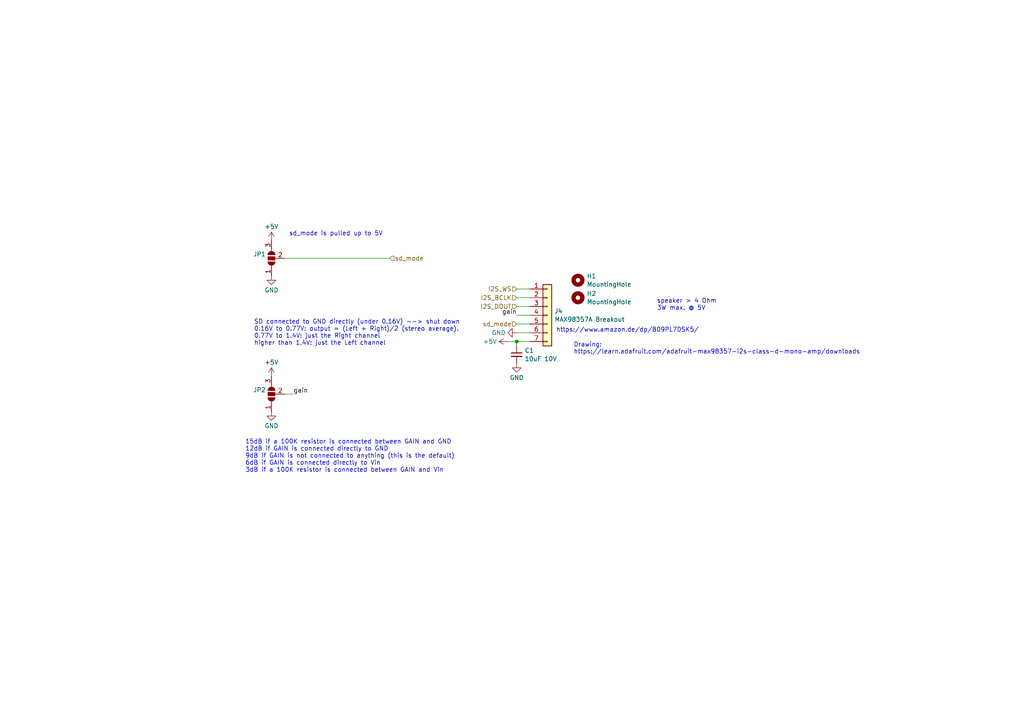
<source format=kicad_sch>
(kicad_sch (version 20230121) (generator eeschema)
  (paper "A4")
  (lib_symbols
    (symbol "Connector_Generic:Conn_01x07" (pin_names (offset 1.016) hide)
      (property "Reference" "J" (at 0 10.16 0))
      (property "Value" "Conn_01x07" (at 0 -10.16 0))
      (symbol "Conn_01x07_1_1"
        (rectangle (start -1.27 -7.493) (end 0 -7.747) (stroke (width 0.1524)))
        (rectangle (start -1.27 -4.953) (end 0 -5.207) (stroke (width 0.1524)))
        (rectangle (start -1.27 -2.413) (end 0 -2.667) (stroke (width 0.1524)))
        (rectangle (start -1.27 0.127) (end 0 -0.127) (stroke (width 0.1524)))
        (rectangle (start -1.27 2.667) (end 0 2.413) (stroke (width 0.1524)))
        (rectangle (start -1.27 5.207) (end 0 4.953) (stroke (width 0.1524)))
        (rectangle (start -1.27 7.747) (end 0 7.493) (stroke (width 0.1524)))
        (rectangle (start -1.27 8.89) (end 1.27 -8.89) (stroke (width 0.254)) (fill (type background)))
        (pin passive line (at -5.08 7.62 0) (length 3.81) (name "Pin_1") (number "1"))
        (pin passive line (at -5.08 5.08 0) (length 3.81) (name "Pin_2") (number "2"))
        (pin passive line (at -5.08 2.54 0) (length 3.81) (name "Pin_3") (number "3"))
        (pin passive line (at -5.08 0 0) (length 3.81) (name "Pin_4") (number "4"))
        (pin passive line (at -5.08 -2.54 0) (length 3.81) (name "Pin_5") (number "5"))
        (pin passive line (at -5.08 -5.08 0) (length 3.81) (name "Pin_6") (number "6"))
        (pin passive line (at -5.08 -7.62 0) (length 3.81) (name "Pin_7") (number "7"))
      )
    )
    (symbol "Device:C_Small" (pin_numbers hide) (pin_names (offset 0.254) hide)
      (property "Reference" "C" (at 0.254 1.778 0))
      (property "Value" "C_Small" (at 0.254 -2.032 0))
      (symbol "C_Small_0_1"
        (polyline (pts (xy -1.524 -0.508) (xy 1.524 -0.508)) (stroke (width 0.3302)))
        (polyline (pts (xy -1.524 0.508) (xy 1.524 0.508)) (stroke (width 0.3048)))
      )
      (symbol "C_Small_1_1"
        (pin passive line (at 0 2.54 270) (length 2.032) (name "~") (number "1"))
        (pin passive line (at 0 -2.54 90) (length 2.032) (name "~") (number "2"))
      )
    )
    (symbol "Jumper:SolderJumper_3_Open" (pin_names (offset 0) hide)
      (property "Reference" "JP" (at -2.54 -2.54 0))
      (property "Value" "SolderJumper_3_Open" (at 0 2.794 0))
      (symbol "SolderJumper_3_Open_0_1"
        (arc (start -1.016 1.016) (mid -2.0276 0) (end -1.016 -1.016))
        (arc (start -1.016 1.016) (mid -2.0276 0) (end -1.016 -1.016) (fill (type outline)))
        (rectangle (start -0.508 1.016) (end 0.508 -1.016) (fill (type outline)))
        (polyline (pts (xy -2.54 0) (xy -2.032 0)))
        (polyline (pts (xy -1.016 1.016) (xy -1.016 -1.016)))
        (polyline (pts (xy 0 -1.27) (xy 0 -1.016)))
        (polyline (pts (xy 1.016 1.016) (xy 1.016 -1.016)))
        (polyline (pts (xy 2.54 0) (xy 2.032 0)))
        (arc (start 1.016 -1.016) (mid 2.0276 0) (end 1.016 1.016))
        (arc (start 1.016 -1.016) (mid 2.0276 0) (end 1.016 1.016) (fill (type outline)))
      )
      (symbol "SolderJumper_3_Open_1_1"
        (pin passive line (at -5.08 0 0) (length 2.54) (name "A") (number "1"))
        (pin passive line (at 0 -3.81 90) (length 2.54) (name "C") (number "2"))
        (pin passive line (at 5.08 0 180) (length 2.54) (name "B") (number "3"))
      )
    )
    (symbol "Mechanical:MountingHole" (pin_names (offset 1.016))
      (property "Reference" "H" (at 0 5.08 0))
      (property "Value" "MountingHole" (at 0 3.175 0))
      (symbol "MountingHole_0_1"
        (circle (center 0 0) (radius 1.27) (stroke (width 1.27)))
      )
    )
    (symbol "power:+5V" (power) (pin_names (offset 0))
      (property "Value" "+5V" (at 0 3.556 0))
      (symbol "+5V_0_1"
        (polyline (pts (xy -0.762 1.27) (xy 0 2.54)))
        (polyline (pts (xy 0 0) (xy 0 2.54)))
        (polyline (pts (xy 0 2.54) (xy 0.762 1.27)))
      )
      (symbol "+5V_1_1"
        (pin power_in line (at 0 0 90) (length 0) hide (name "+5V") (number "1"))
      )
    )
    (symbol "power:GND" (power) (pin_names (offset 0))
      (property "Value" "GND" (at 0 -3.81 0))
      (symbol "GND_0_1"
        (polyline (pts (xy 0 0) (xy 0 -1.27) (xy 1.27 -1.27) (xy 0 -2.54) (xy -1.27 -1.27) (xy 0 -1.27)))
      )
      (symbol "GND_1_1"
        (pin power_in line (at 0 0 270) (length 0) hide (name "GND") (number "1"))
      )
    )
  )
  (junction (at 149.86 99.06))
  (wire (pts (xy 149.86 93.98) (xy 153.67 93.98)))
  (wire (pts (xy 82.55 74.93) (xy 113.03 74.93)))
  (wire (pts (xy 149.86 88.9) (xy 153.67 88.9)))
  (wire (pts (xy 149.86 99.06) (xy 149.86 100.33)))
  (wire (pts (xy 149.86 83.82) (xy 153.67 83.82)))
  (wire (pts (xy 149.86 96.52) (xy 153.67 96.52)))
  (wire (pts (xy 149.86 86.36) (xy 153.67 86.36)))
  (wire (pts (xy 82.55 114.3) (xy 85.09 114.3)))
  (wire (pts (xy 147.32 99.06) (xy 149.86 99.06)))
  (wire (pts (xy 149.86 91.44) (xy 153.67 91.44)))
  (wire (pts (xy 149.86 99.06) (xy 153.67 99.06)))
  (text "15dB if a 100K resistor is connected between GAIN and GND\n12dB if GAIN is connected directly to GND\n9dB if GAIN is not connected to anything (this is the default)\n6dB if GAIN is connected directly to Vin\n3dB if a 100K resistor is connected between GAIN and Vin" (at 71.12 137.16 0) (effects (font (size 1.27 1.27)) (justify left bottom)))
  (text "https://www.amazon.de/dp/B09PL7DSK5/" (at 161.29 96.52 0) (effects (font (size 1.27 1.27)) (justify left bottom)))
  (text "Drawing: \nhttps://learn.adafruit.com/adafruit-max98357-i2s-class-d-mono-amp/downloads" (at 166.37 102.87 0) (effects (font (size 1.27 1.27)) (justify left bottom)))
  (text "speaker > 4 Ohm\n3W max. @ 5V" (at 190.5 90.17 0) (effects (font (size 1.27 1.27)) (justify left bottom)))
  (text "SD connected to GND directly (under 0.16V) --> shut down\n0.16V to 0.77V: output = (Left + Right)/2 (stereo average). \n0.77V to 1.4V: just the Right channel\nhigher than 1.4V: just the Left channel" (at 73.66 100.33 0) (effects (font (size 1.27 1.27)) (justify left bottom)))
  (text "sd_mode is pulled up to 5V" (at 83.82 68.58 0) (effects (font (size 1.27 1.27)) (justify left bottom)))
  (label "gain" (at 85.09 114.3 0))
  (label "gain" (at 149.86 91.44 180))
  (hierarchical_label "sd_mode" (shape input) (at 149.86 93.98 180))
  (hierarchical_label "I2S_WS" (shape input) (at 149.86 83.82 180))
  (hierarchical_label "sd_mode" (shape input) (at 113.03 74.93 0))
  (hierarchical_label "I2S_DOUT" (shape input) (at 149.86 88.9 180))
  (hierarchical_label "I2S_BCLK" (shape input) (at 149.86 86.36 180))
  (symbol (lib_id "Jumper:SolderJumper_3_Open") (at 78.74 114.3 90) (unit 1)
    (property "Reference" "JP2" (at 77.089 113.0879 90) (effects (justify left)))
    (property "Value" "SolderJumper_3_Open" (effects hide))
    (property "Footprint" "Jumper:SolderJumper-3_P1.3mm_Open_Pad1.0x1.5mm" (effects hide))
  )
  (symbol (lib_id "power:GND") (at 78.74 80.01 0) (unit 1)
    (property "Reference" "#PWR05" (effects hide))
    (property "Value" "GND" (at 78.74 84.1431 0))
  )
  (symbol (lib_id "Mechanical:MountingHole") (at 167.64 81.28 0) (unit 1)
    (property "Reference" "H1" (at 170.18 80.0679 0) (effects (justify left)))
    (property "Value" "MountingHole" (at 170.18 82.4921 0) (effects (justify left)))
    (property "Footprint" "MountingHole:MountingHole_2.7mm_M2.5" (effects hide))
  )
  (symbol (lib_id "power:GND") (at 149.86 105.41 0) (unit 1)
    (property "Reference" "#PWR041" (effects hide))
    (property "Value" "GND" (at 149.86 109.5431 0))
  )
  (symbol (lib_id "Connector_Generic:Conn_01x07") (at 158.75 91.44 0) (unit 1)
    (property "Reference" "J4" (at 160.782 90.2279 0) (effects (justify left)))
    (property "Value" "MAX98357A Breakout" (at 160.782 92.6521 0) (effects (justify left)))
    (property "Footprint" "Connector_PinHeader_2.54mm:PinHeader_1x07_P2.54mm_Vertical" (effects hide))
  )
  (symbol (lib_id "Device:C_Small") (at 149.86 102.87 0) (unit 1)
    (property "Reference" "C1" (at 152.1841 101.6642 0) (effects (justify left)))
    (property "Value" "10uF 10V" (at 152.1841 104.0884 0) (effects (justify left)))
    (property "Footprint" "Capacitor_SMD:C_0805_2012Metric" (effects hide))
  )
  (symbol (lib_id "power:GND") (at 78.74 119.38 0) (unit 1)
    (property "Reference" "#PWR011" (effects hide))
    (property "Value" "GND" (at 78.74 123.5131 0))
  )
  (symbol (lib_id "power:+5V") (at 147.32 99.06 90) (unit 1)
    (property "Reference" "#PWR039" (effects hide))
    (property "Value" "+5V" (at 144.1451 99.06 90) (effects (justify left)))
  )
  (symbol (lib_id "Jumper:SolderJumper_3_Open") (at 78.74 74.93 90) (unit 1)
    (property "Reference" "JP1" (at 77.089 73.7179 90) (effects (justify left)))
    (property "Value" "SolderJumper_3_Open" (effects hide))
    (property "Footprint" "Jumper:SolderJumper-3_P1.3mm_Open_Pad1.0x1.5mm" (effects hide))
  )
  (symbol (lib_id "Mechanical:MountingHole") (at 167.64 86.36 0) (unit 1)
    (property "Reference" "H2" (at 170.18 85.1479 0) (effects (justify left)))
    (property "Value" "MountingHole" (at 170.18 87.5721 0) (effects (justify left)))
    (property "Footprint" "MountingHole:MountingHole_2.7mm_M2.5" (effects hide))
  )
  (symbol (lib_id "power:+5V") (at 78.74 109.22 0) (unit 1)
    (property "Reference" "#PWR010" (effects hide))
    (property "Value" "+5V" (at 78.74 105.0869 0))
  )
  (symbol (lib_id "power:+5V") (at 78.74 69.85 0) (unit 1)
    (property "Reference" "#PWR04" (effects hide))
    (property "Value" "+5V" (at 78.74 65.7169 0))
  )
  (symbol (lib_id "power:GND") (at 149.86 96.52 270) (unit 1)
    (property "Reference" "#PWR040" (effects hide))
    (property "Value" "GND" (at 146.6851 96.52 90) (effects (justify right)))
  )
)
</source>
